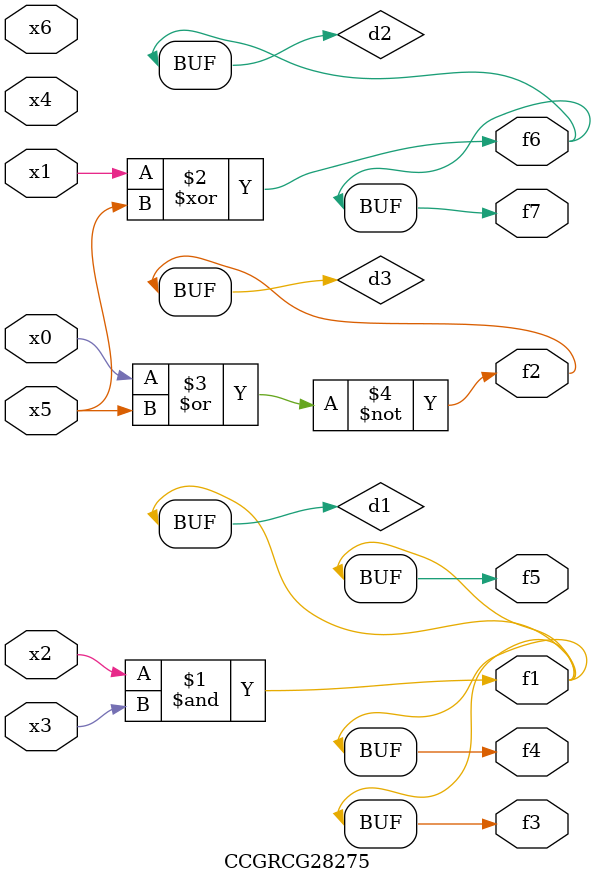
<source format=v>
module CCGRCG28275(
	input x0, x1, x2, x3, x4, x5, x6,
	output f1, f2, f3, f4, f5, f6, f7
);

	wire d1, d2, d3;

	and (d1, x2, x3);
	xor (d2, x1, x5);
	nor (d3, x0, x5);
	assign f1 = d1;
	assign f2 = d3;
	assign f3 = d1;
	assign f4 = d1;
	assign f5 = d1;
	assign f6 = d2;
	assign f7 = d2;
endmodule

</source>
